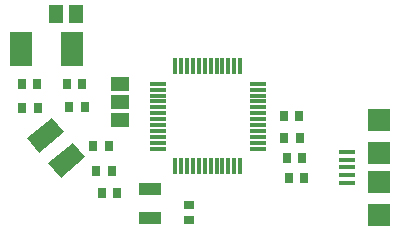
<source format=gbr>
G04 EAGLE Gerber RS-274X export*
G75*
%MOMM*%
%FSLAX34Y34*%
%LPD*%
%INSolderpaste Bottom*%
%IPPOS*%
%AMOC8*
5,1,8,0,0,1.08239X$1,22.5*%
G01*
%ADD10R,1.475000X0.300000*%
%ADD11R,0.300000X1.475000*%
%ADD12R,1.600200X1.168400*%
%ADD13R,1.905000X1.092200*%
%ADD14R,1.950000X2.950000*%
%ADD15R,0.700000X0.900000*%
%ADD16R,0.900000X0.700000*%
%ADD17R,1.350000X0.400000*%
%ADD18R,1.900000X1.900000*%
%ADD19R,1.300000X1.500000*%
%ADD20R,1.600000X2.700000*%


D10*
X496949Y393593D03*
X496949Y388593D03*
X496949Y383593D03*
X496949Y378593D03*
X496949Y373593D03*
X496949Y368593D03*
X496949Y363593D03*
X496949Y358593D03*
X496949Y353593D03*
X496949Y348593D03*
X496949Y343593D03*
X496949Y338593D03*
D11*
X482069Y323713D03*
X477069Y323713D03*
X472069Y323713D03*
X467069Y323713D03*
X462069Y323713D03*
X457069Y323713D03*
X452069Y323713D03*
X447069Y323713D03*
X442069Y323713D03*
X437069Y323713D03*
X432069Y323713D03*
X427069Y323713D03*
D10*
X412189Y338593D03*
X412189Y343593D03*
X412189Y348593D03*
X412189Y353593D03*
X412189Y358593D03*
X412189Y363593D03*
X412189Y368593D03*
X412189Y373593D03*
X412189Y378593D03*
X412189Y383593D03*
X412189Y388593D03*
X412189Y393593D03*
D11*
X427069Y408473D03*
X432069Y408473D03*
X437069Y408473D03*
X442069Y408473D03*
X447069Y408473D03*
X452069Y408473D03*
X457069Y408473D03*
X462069Y408473D03*
X467069Y408473D03*
X472069Y408473D03*
X477069Y408473D03*
X482069Y408473D03*
D12*
X380218Y363258D03*
X380218Y378498D03*
X380218Y393738D03*
D13*
X405760Y304160D03*
X405760Y279776D03*
D14*
X339528Y422770D03*
X296528Y422770D03*
D15*
X519369Y348038D03*
X532369Y348038D03*
X534393Y330977D03*
X521393Y330977D03*
X536014Y313522D03*
X523014Y313522D03*
X357723Y340949D03*
X370723Y340949D03*
X373378Y319400D03*
X360378Y319400D03*
X378008Y301541D03*
X365008Y301541D03*
X310297Y393510D03*
X297297Y393510D03*
X310660Y373212D03*
X297660Y373212D03*
X348031Y393573D03*
X335031Y393573D03*
X350386Y373840D03*
X337386Y373840D03*
X519140Y365938D03*
X532140Y365938D03*
D16*
X438864Y290876D03*
X438864Y277876D03*
D17*
X572927Y335791D03*
X572927Y329291D03*
X572927Y322791D03*
X572927Y316291D03*
X572927Y309791D03*
D18*
X599677Y363291D03*
X599677Y334791D03*
X599677Y310791D03*
X599677Y282291D03*
D19*
X343028Y452709D03*
X326028Y452709D03*
D20*
G36*
X340392Y343473D02*
X350655Y331199D01*
X329942Y313881D01*
X319679Y326155D01*
X340392Y343473D01*
G37*
G36*
X322432Y364954D02*
X332695Y352680D01*
X311982Y335362D01*
X301719Y347636D01*
X322432Y364954D01*
G37*
M02*

</source>
